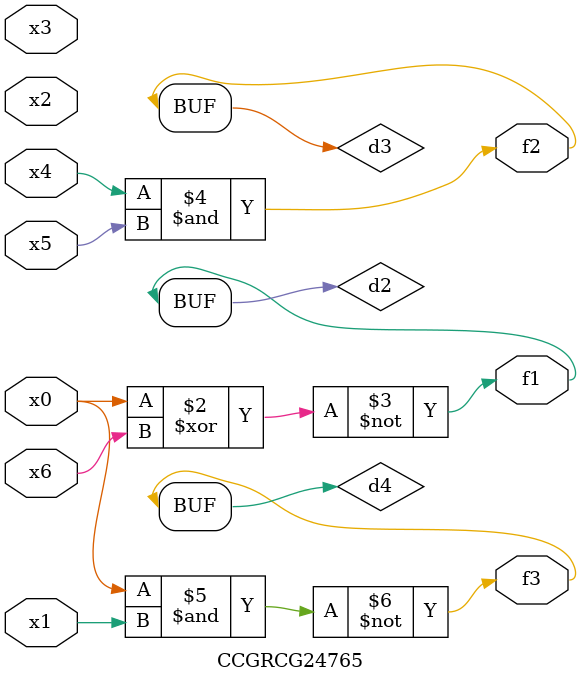
<source format=v>
module CCGRCG24765(
	input x0, x1, x2, x3, x4, x5, x6,
	output f1, f2, f3
);

	wire d1, d2, d3, d4;

	nor (d1, x0);
	xnor (d2, x0, x6);
	and (d3, x4, x5);
	nand (d4, x0, x1);
	assign f1 = d2;
	assign f2 = d3;
	assign f3 = d4;
endmodule

</source>
